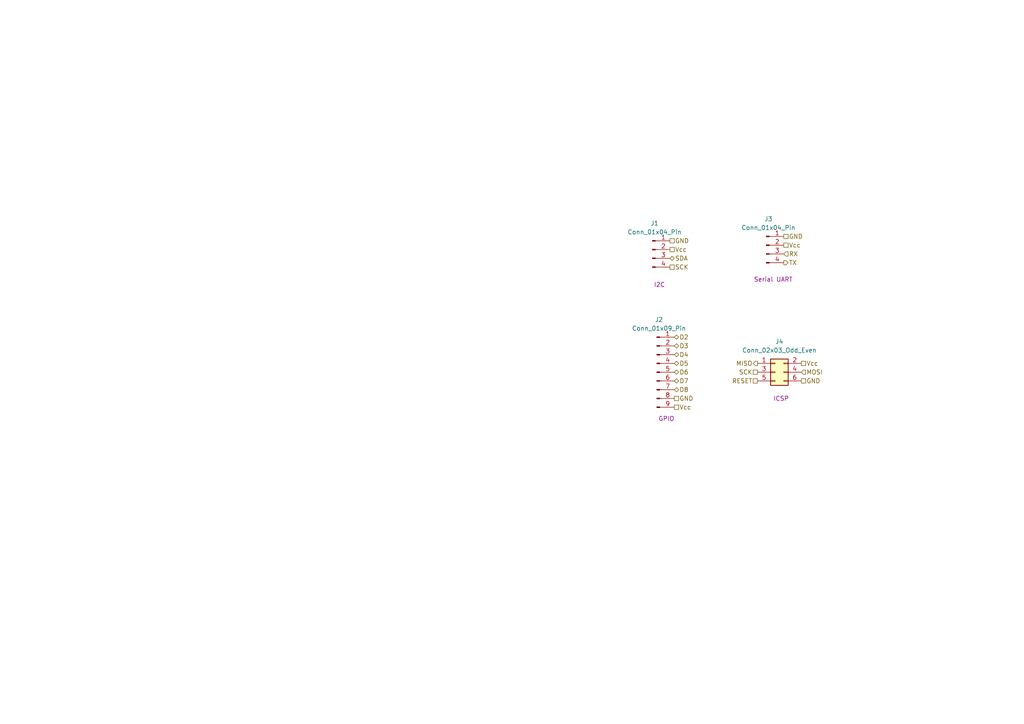
<source format=kicad_sch>
(kicad_sch (version 20231120) (generator "eeschema") (generator_version "8.0")
  (paper "A4")
  (lib_symbols
    (symbol "Connector:Conn_01x04_Pin" (pin_names (offset 1.016) hide)
      (property "Reference" "J" (at 0 5.08 0))
      (property "Value" "Conn_01x04_Pin" (at 0 -7.62 0))
      (symbol "Conn_01x04_Pin_1_1"
        (polyline (pts (xy 1.27 -5.08) (xy 0.8636 -5.08)) (stroke (width 0.1524)))
        (polyline (pts (xy 1.27 -2.54) (xy 0.8636 -2.54)) (stroke (width 0.1524)))
        (polyline (pts (xy 1.27 0) (xy 0.8636 0)) (stroke (width 0.1524)))
        (polyline (pts (xy 1.27 2.54) (xy 0.8636 2.54)) (stroke (width 0.1524)))
        (rectangle (start 0.8636 -4.953) (end 0 -5.207) (stroke (width 0.1524)) (fill (type outline)))
        (rectangle (start 0.8636 -2.413) (end 0 -2.667) (stroke (width 0.1524)) (fill (type outline)))
        (rectangle (start 0.8636 0.127) (end 0 -0.127) (stroke (width 0.1524)) (fill (type outline)))
        (rectangle (start 0.8636 2.667) (end 0 2.413) (stroke (width 0.1524)) (fill (type outline)))
        (pin passive line (at 5.08 2.54 180) (length 3.81) (name "Pin_1") (number "1"))
        (pin passive line (at 5.08 0 180) (length 3.81) (name "Pin_2") (number "2"))
        (pin passive line (at 5.08 -2.54 180) (length 3.81) (name "Pin_3") (number "3"))
        (pin passive line (at 5.08 -5.08 180) (length 3.81) (name "Pin_4") (number "4"))
      )
    )
    (symbol "Connector:Conn_01x09_Pin" (pin_names (offset 1.016) hide)
      (property "Reference" "J" (at 0 12.7 0))
      (property "Value" "Conn_01x09_Pin" (at 0 -12.7 0))
      (symbol "Conn_01x09_Pin_1_1"
        (polyline (pts (xy 1.27 -10.16) (xy 0.8636 -10.16)) (stroke (width 0.1524)))
        (polyline (pts (xy 1.27 -7.62) (xy 0.8636 -7.62)) (stroke (width 0.1524)))
        (polyline (pts (xy 1.27 -5.08) (xy 0.8636 -5.08)) (stroke (width 0.1524)))
        (polyline (pts (xy 1.27 -2.54) (xy 0.8636 -2.54)) (stroke (width 0.1524)))
        (polyline (pts (xy 1.27 0) (xy 0.8636 0)) (stroke (width 0.1524)))
        (polyline (pts (xy 1.27 2.54) (xy 0.8636 2.54)) (stroke (width 0.1524)))
        (polyline (pts (xy 1.27 5.08) (xy 0.8636 5.08)) (stroke (width 0.1524)))
        (polyline (pts (xy 1.27 7.62) (xy 0.8636 7.62)) (stroke (width 0.1524)))
        (polyline (pts (xy 1.27 10.16) (xy 0.8636 10.16)) (stroke (width 0.1524)))
        (rectangle (start 0.8636 -10.033) (end 0 -10.287) (stroke (width 0.1524)) (fill (type outline)))
        (rectangle (start 0.8636 -7.493) (end 0 -7.747) (stroke (width 0.1524)) (fill (type outline)))
        (rectangle (start 0.8636 -4.953) (end 0 -5.207) (stroke (width 0.1524)) (fill (type outline)))
        (rectangle (start 0.8636 -2.413) (end 0 -2.667) (stroke (width 0.1524)) (fill (type outline)))
        (rectangle (start 0.8636 0.127) (end 0 -0.127) (stroke (width 0.1524)) (fill (type outline)))
        (rectangle (start 0.8636 2.667) (end 0 2.413) (stroke (width 0.1524)) (fill (type outline)))
        (rectangle (start 0.8636 5.207) (end 0 4.953) (stroke (width 0.1524)) (fill (type outline)))
        (rectangle (start 0.8636 7.747) (end 0 7.493) (stroke (width 0.1524)) (fill (type outline)))
        (rectangle (start 0.8636 10.287) (end 0 10.033) (stroke (width 0.1524)) (fill (type outline)))
        (pin passive line (at 5.08 10.16 180) (length 3.81) (name "Pin_1") (number "1"))
        (pin passive line (at 5.08 7.62 180) (length 3.81) (name "Pin_2") (number "2"))
        (pin passive line (at 5.08 5.08 180) (length 3.81) (name "Pin_3") (number "3"))
        (pin passive line (at 5.08 2.54 180) (length 3.81) (name "Pin_4") (number "4"))
        (pin passive line (at 5.08 0 180) (length 3.81) (name "Pin_5") (number "5"))
        (pin passive line (at 5.08 -2.54 180) (length 3.81) (name "Pin_6") (number "6"))
        (pin passive line (at 5.08 -5.08 180) (length 3.81) (name "Pin_7") (number "7"))
        (pin passive line (at 5.08 -7.62 180) (length 3.81) (name "Pin_8") (number "8"))
        (pin passive line (at 5.08 -10.16 180) (length 3.81) (name "Pin_9") (number "9"))
      )
    )
    (symbol "Connector_Generic:Conn_02x03_Odd_Even" (pin_names (offset 1.016) hide)
      (property "Reference" "J" (at 1.27 5.08 0))
      (property "Value" "Conn_02x03_Odd_Even" (at 1.27 -5.08 0))
      (symbol "Conn_02x03_Odd_Even_1_1"
        (rectangle (start -1.27 -2.413) (end 0 -2.667) (stroke (width 0.1524)))
        (rectangle (start -1.27 0.127) (end 0 -0.127) (stroke (width 0.1524)))
        (rectangle (start -1.27 2.667) (end 0 2.413) (stroke (width 0.1524)))
        (rectangle (start -1.27 3.81) (end 3.81 -3.81) (stroke (width 0.254)) (fill (type background)))
        (rectangle (start 3.81 -2.413) (end 2.54 -2.667) (stroke (width 0.1524)))
        (rectangle (start 3.81 0.127) (end 2.54 -0.127) (stroke (width 0.1524)))
        (rectangle (start 3.81 2.667) (end 2.54 2.413) (stroke (width 0.1524)))
        (pin passive line (at -5.08 2.54 0) (length 3.81) (name "Pin_1") (number "1"))
        (pin passive line (at 7.62 2.54 180) (length 3.81) (name "Pin_2") (number "2"))
        (pin passive line (at -5.08 0 0) (length 3.81) (name "Pin_3") (number "3"))
        (pin passive line (at 7.62 0 180) (length 3.81) (name "Pin_4") (number "4"))
        (pin passive line (at -5.08 -2.54 0) (length 3.81) (name "Pin_5") (number "5"))
        (pin passive line (at 7.62 -2.54 180) (length 3.81) (name "Pin_6") (number "6"))
      )
    )
  )
  (hierarchical_label "Vcc" (shape passive) (at 194.31 72.39 0))
  (hierarchical_label "MISO" (shape output) (at 219.71 105.41 180))
  (hierarchical_label "GND" (shape passive) (at 232.41 110.49 0))
  (hierarchical_label "GND" (shape passive) (at 227.33 68.58 0))
  (hierarchical_label "D8" (shape bidirectional) (at 195.58 113.03 0))
  (hierarchical_label "D7" (shape bidirectional) (at 195.58 110.49 0))
  (hierarchical_label "D3" (shape bidirectional) (at 195.58 100.33 0))
  (hierarchical_label "GND" (shape passive) (at 195.58 115.57 0))
  (hierarchical_label "TX" (shape output) (at 227.33 76.2 0))
  (hierarchical_label "SDA" (shape bidirectional) (at 194.31 74.93 0))
  (hierarchical_label "Vcc" (shape passive) (at 232.41 105.41 0))
  (hierarchical_label "Vcc" (shape passive) (at 195.58 118.11 0))
  (hierarchical_label "D4" (shape bidirectional) (at 195.58 102.87 0))
  (hierarchical_label "Vcc" (shape passive) (at 227.33 71.12 0))
  (hierarchical_label "RX" (shape input) (at 227.33 73.66 0))
  (hierarchical_label "RESET" (shape passive) (at 219.71 110.49 180))
  (hierarchical_label "D2" (shape bidirectional) (at 195.58 97.79 0))
  (hierarchical_label "D6" (shape bidirectional) (at 195.58 107.95 0))
  (hierarchical_label "SCK" (shape passive) (at 219.71 107.95 180))
  (hierarchical_label "GND" (shape passive) (at 194.31 69.85 0))
  (hierarchical_label "D5" (shape bidirectional) (at 195.58 105.41 0))
  (hierarchical_label "MOSI" (shape input) (at 232.41 107.95 0))
  (hierarchical_label "SCK" (shape passive) (at 194.31 77.47 0))
  (symbol (lib_id "Connector_Generic:Conn_02x03_Odd_Even") (at 224.79 107.95 0) (unit 1)
    (property "Reference" "J4" (at 226.06 99.06 0))
    (property "Value" "Conn_02x03_Odd_Even" (at 226.06 101.6 0))
    (property "Footprint" "Connector_PinHeader_2.54mm:PinHeader_2x03_P2.54mm_Vertical" (effects (hide yes)))
    (property "Description" "Generic connector, double row, 02x03, odd/even pin numbering scheme (row 1 odd numbers, row 2 even numbers), script generated (kicad-library-utils/schlib/autogen/connector/)" (effects (hide yes)))
    (property "Purpose" "ICSP" (at 226.568 115.57 0))
  )
  (symbol (lib_id "Connector:Conn_01x04_Pin") (at 189.23 72.39 0) (unit 1)
    (property "Reference" "J1" (at 189.865 64.77 0))
    (property "Value" "Conn_01x04_Pin" (at 189.865 67.31 0))
    (property "Footprint" "Connector_PinHeader_2.54mm:PinHeader_1x04_P2.54mm_Vertical" (effects (hide yes)))
    (property "Description" "Generic connector, single row, 01x04, script generated" (effects (hide yes)))
    (property "Purpose" "I2C" (at 191.262 82.55 0))
  )
  (symbol (lib_id "Connector:Conn_01x04_Pin") (at 222.25 71.12 0) (unit 1)
    (property "Reference" "J3" (at 222.885 63.5 0))
    (property "Value" "Conn_01x04_Pin" (at 222.885 66.04 0))
    (property "Footprint" "Connector_PinHeader_2.54mm:PinHeader_1x04_P2.54mm_Vertical" (effects (hide yes)))
    (property "Description" "Generic connector, single row, 01x04, script generated" (effects (hide yes)))
    (property "Purpose" "Serial UART" (at 224.282 81.026 0))
  )
  (symbol (lib_id "Connector:Conn_01x09_Pin") (at 190.5 107.95 0) (unit 1)
    (property "Reference" "J2" (at 191.135 92.71 0))
    (property "Value" "Conn_01x09_Pin" (at 191.135 95.25 0))
    (property "Footprint" "Connector_PinHeader_2.54mm:PinHeader_1x09_P2.54mm_Vertical" (effects (hide yes)))
    (property "Description" "Generic connector, single row, 01x09, script generated" (effects (hide yes)))
    (property "Purpose" "GPIO" (at 193.294 121.412 0))
  )
)
</source>
